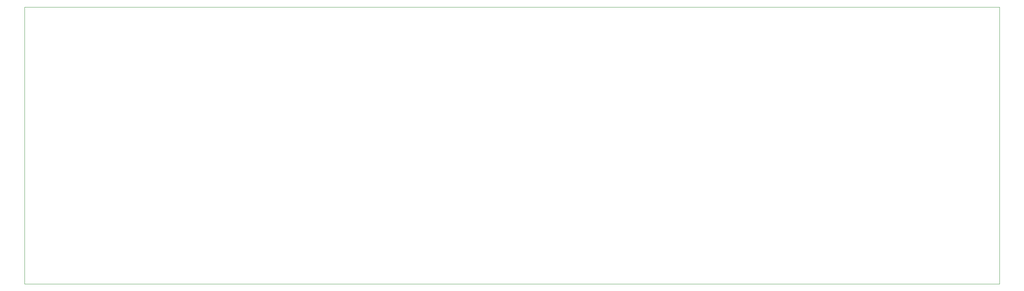
<source format=gm1>
G04 #@! TF.GenerationSoftware,KiCad,Pcbnew,6.0.8+dfsg-1~bpo11+1*
G04 #@! TF.CreationDate,2023-06-21T07:25:59-04:00*
G04 #@! TF.ProjectId,08_padded_interleaved_loose,30385f70-6164-4646-9564-5f696e746572,rev?*
G04 #@! TF.SameCoordinates,Original*
G04 #@! TF.FileFunction,Profile,NP*
%FSLAX46Y46*%
G04 Gerber Fmt 4.6, Leading zero omitted, Abs format (unit mm)*
G04 Created by KiCad (PCBNEW 6.0.8+dfsg-1~bpo11+1) date 2023-06-21 07:25:59*
%MOMM*%
%LPD*%
G01*
G04 APERTURE LIST*
G04 #@! TA.AperFunction,Profile*
%ADD10C,0.100000*%
G04 #@! TD*
G04 APERTURE END LIST*
D10*
X44600000Y-48100000D02*
X276800000Y-48100000D01*
X276800000Y-48100000D02*
X276800000Y-114200000D01*
X276800000Y-114200000D02*
X44600000Y-114200000D01*
X44600000Y-114200000D02*
X44600000Y-48100000D01*
M02*

</source>
